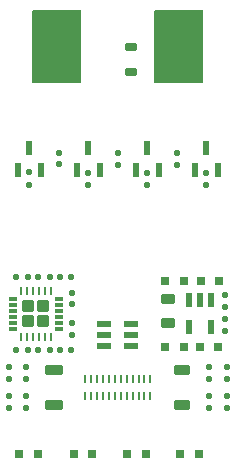
<source format=gbr>
%TF.GenerationSoftware,KiCad,Pcbnew,(6.0.4-0)*%
%TF.CreationDate,2022-12-11T03:25:18+01:00*%
%TF.ProjectId,Gigaset-Debug-Adapter,47696761-7365-4742-9d44-656275672d41,rev?*%
%TF.SameCoordinates,Original*%
%TF.FileFunction,Paste,Top*%
%TF.FilePolarity,Positive*%
%FSLAX46Y46*%
G04 Gerber Fmt 4.6, Leading zero omitted, Abs format (unit mm)*
G04 Created by KiCad (PCBNEW (6.0.4-0)) date 2022-12-11 03:25:18*
%MOMM*%
%LPD*%
G01*
G04 APERTURE LIST*
G04 Aperture macros list*
%AMRoundRect*
0 Rectangle with rounded corners*
0 $1 Rounding radius*
0 $2 $3 $4 $5 $6 $7 $8 $9 X,Y pos of 4 corners*
0 Add a 4 corners polygon primitive as box body*
4,1,4,$2,$3,$4,$5,$6,$7,$8,$9,$2,$3,0*
0 Add four circle primitives for the rounded corners*
1,1,$1+$1,$2,$3*
1,1,$1+$1,$4,$5*
1,1,$1+$1,$6,$7*
1,1,$1+$1,$8,$9*
0 Add four rect primitives between the rounded corners*
20,1,$1+$1,$2,$3,$4,$5,0*
20,1,$1+$1,$4,$5,$6,$7,0*
20,1,$1+$1,$6,$7,$8,$9,0*
20,1,$1+$1,$8,$9,$2,$3,0*%
G04 Aperture macros list end*
%ADD10RoundRect,0.000000X-2.032000X3.048000X-2.032000X-3.048000X2.032000X-3.048000X2.032000X3.048000X0*%
%ADD11RoundRect,0.250000X0.275000X0.275000X-0.275000X0.275000X-0.275000X-0.275000X0.275000X-0.275000X0*%
%ADD12RoundRect,0.000000X0.330000X0.100000X-0.330000X0.100000X-0.330000X-0.100000X0.330000X-0.100000X0*%
%ADD13RoundRect,0.037500X0.062500X0.292500X-0.062500X0.292500X-0.062500X-0.292500X0.062500X-0.292500X0*%
%ADD14RoundRect,0.017500X-0.222500X0.512500X-0.222500X-0.512500X0.222500X-0.512500X0.222500X0.512500X0*%
%ADD15RoundRect,0.135000X-0.225000X-0.245000X0.225000X-0.245000X0.225000X0.245000X-0.225000X0.245000X0*%
%ADD16RoundRect,0.081000X0.175000X-0.135000X0.175000X0.135000X-0.175000X0.135000X-0.175000X-0.135000X0*%
%ADD17RoundRect,0.084000X-0.164000X0.140000X-0.164000X-0.140000X0.164000X-0.140000X0.164000X0.140000X0*%
%ADD18RoundRect,0.081000X-0.175000X0.135000X-0.175000X-0.135000X0.175000X-0.135000X0.175000X0.135000X0*%
%ADD19RoundRect,0.131250X-0.348750X0.218750X-0.348750X-0.218750X0.348750X-0.218750X0.348750X0.218750X0*%
%ADD20RoundRect,0.084000X0.164000X-0.140000X0.164000X0.140000X-0.164000X0.140000X-0.164000X-0.140000X0*%
%ADD21RoundRect,0.084000X-0.140000X-0.164000X0.140000X-0.164000X0.140000X0.164000X-0.140000X0.164000X0*%
%ADD22RoundRect,0.135000X0.225000X0.245000X-0.225000X0.245000X-0.225000X-0.245000X0.225000X-0.245000X0*%
%ADD23RoundRect,0.131250X-0.218750X-0.248750X0.218750X-0.248750X0.218750X0.248750X-0.218750X0.248750X0*%
%ADD24RoundRect,0.002500X0.237500X-0.587500X0.237500X0.587500X-0.237500X0.587500X-0.237500X-0.587500X0*%
%ADD25RoundRect,0.081000X-0.135000X-0.175000X0.135000X-0.175000X0.135000X0.175000X-0.135000X0.175000X0*%
%ADD26RoundRect,0.017500X-0.512500X-0.222500X0.512500X-0.222500X0.512500X0.222500X-0.512500X0.222500X0*%
%ADD27RoundRect,0.084000X0.140000X0.164000X-0.140000X0.164000X-0.140000X-0.164000X0.140000X-0.164000X0*%
%ADD28RoundRect,0.137500X0.562500X-0.312500X0.562500X0.312500X-0.562500X0.312500X-0.562500X-0.312500X0*%
%ADD29RoundRect,0.081000X0.135000X0.175000X-0.135000X0.175000X-0.135000X-0.175000X0.135000X-0.175000X0*%
%ADD30R,0.240000X0.720000*%
%ADD31RoundRect,0.135000X0.425000X-0.325000X0.425000X0.325000X-0.425000X0.325000X-0.425000X-0.325000X0*%
%ADD32RoundRect,0.135000X0.585000X-0.325000X0.585000X0.325000X-0.585000X0.325000X-0.585000X-0.325000X0*%
G04 APERTURE END LIST*
D10*
%TO.C,TP3*%
X86220000Y-46600000D03*
%TD*%
D11*
%TO.C,U1*%
X73450000Y-69850000D03*
X73450000Y-68550000D03*
X74750000Y-69850000D03*
X74750000Y-68550000D03*
D12*
X76037500Y-70450000D03*
X76037500Y-69950000D03*
X76037500Y-69450000D03*
X76037500Y-68950000D03*
X76037500Y-68450000D03*
X76037500Y-67950000D03*
D13*
X75350000Y-67262500D03*
X74850000Y-67262500D03*
X74350000Y-67262500D03*
X73850000Y-67262500D03*
X73350000Y-67262500D03*
X72850000Y-67262500D03*
D12*
X72162500Y-67950000D03*
X72162500Y-68450000D03*
X72162500Y-68950000D03*
X72162500Y-69450000D03*
X72162500Y-69950000D03*
X72162500Y-70450000D03*
D13*
X72850000Y-71137500D03*
X73350000Y-71137500D03*
X73850000Y-71137500D03*
X74350000Y-71137500D03*
X74850000Y-71137500D03*
X75350000Y-71137500D03*
%TD*%
D14*
%TO.C,U3*%
X88930000Y-68072500D03*
X87980000Y-68072500D03*
X87030000Y-68072500D03*
X87030000Y-70347500D03*
X88930000Y-70347500D03*
%TD*%
D15*
%TO.C,C7*%
X85065000Y-71990000D03*
X86615000Y-71990000D03*
%TD*%
D16*
%TO.C,R4*%
X88800000Y-74710000D03*
X88800000Y-73690000D03*
%TD*%
D17*
%TO.C,C2*%
X77200000Y-70020000D03*
X77200000Y-70980000D03*
%TD*%
D18*
%TO.C,R2*%
X73300000Y-73690000D03*
X73300000Y-74710000D03*
%TD*%
D19*
%TO.C,FB1*%
X82140000Y-46597500D03*
X82140000Y-48722500D03*
%TD*%
D20*
%TO.C,C9*%
X86050000Y-56580000D03*
X86050000Y-55620000D03*
%TD*%
D21*
%TO.C,C6*%
X76120000Y-66100000D03*
X77080000Y-66100000D03*
%TD*%
D22*
%TO.C,C8*%
X89565000Y-72000000D03*
X88015000Y-72000000D03*
%TD*%
D23*
%TO.C,D1*%
X72712500Y-81100000D03*
X74287500Y-81100000D03*
%TD*%
D16*
%TO.C,R3*%
X71800000Y-74710000D03*
X71800000Y-73690000D03*
%TD*%
D17*
%TO.C,C4*%
X77200000Y-67420000D03*
X77200000Y-68380000D03*
%TD*%
D24*
%TO.C,Q3*%
X72600000Y-57000000D03*
X74500000Y-57000000D03*
X73550000Y-55125000D03*
%TD*%
D16*
%TO.C,R12*%
X73300000Y-77210000D03*
X73300000Y-76190000D03*
%TD*%
D24*
%TO.C,U4*%
X77600000Y-57037500D03*
X79500000Y-57037500D03*
X78550000Y-55162500D03*
%TD*%
D25*
%TO.C,R8*%
X74290000Y-72300000D03*
X75310000Y-72300000D03*
%TD*%
D16*
%TO.C,R7*%
X71800000Y-77210000D03*
X71800000Y-76190000D03*
%TD*%
D17*
%TO.C,C13*%
X81050000Y-55620000D03*
X81050000Y-56580000D03*
%TD*%
D23*
%TO.C,D3*%
X77312500Y-81100000D03*
X78887500Y-81100000D03*
%TD*%
%TO.C,D2*%
X81812500Y-81100000D03*
X83387500Y-81100000D03*
%TD*%
D26*
%TO.C,U2*%
X79904500Y-70050000D03*
X79904500Y-71000000D03*
X79904500Y-71950000D03*
X82179500Y-71950000D03*
X82179500Y-71000000D03*
X82179500Y-70050000D03*
%TD*%
D27*
%TO.C,C5*%
X77080000Y-72300000D03*
X76120000Y-72300000D03*
%TD*%
D28*
%TO.C,R1*%
X86500000Y-76892160D03*
X86500000Y-73967160D03*
%TD*%
D22*
%TO.C,C10*%
X86625000Y-66430000D03*
X85075000Y-66430000D03*
%TD*%
D29*
%TO.C,R14*%
X73410000Y-72300000D03*
X72390000Y-72300000D03*
%TD*%
D18*
%TO.C,R10*%
X83550000Y-57290000D03*
X83550000Y-58310000D03*
%TD*%
D30*
%TO.C,J1*%
X78300000Y-74689660D03*
X78800000Y-74689660D03*
X79300000Y-74689660D03*
X79800000Y-74689660D03*
X80300000Y-74689660D03*
X80800000Y-74689660D03*
X81300000Y-74689660D03*
X81800000Y-74689660D03*
X82300000Y-74689660D03*
X82800000Y-74689660D03*
X83300000Y-74689660D03*
X83800000Y-74689660D03*
X83800000Y-76189660D03*
X83300000Y-76189660D03*
X82800000Y-76189660D03*
X82300000Y-76189660D03*
X81800000Y-76189660D03*
X81300000Y-76189660D03*
X80800000Y-76189660D03*
X80300000Y-76189660D03*
X79800000Y-76189660D03*
X79300000Y-76189660D03*
X78800000Y-76189660D03*
X78300000Y-76189660D03*
%TD*%
D29*
%TO.C,R6*%
X73410000Y-66100000D03*
X72390000Y-66100000D03*
%TD*%
D18*
%TO.C,R17*%
X90150000Y-67580001D03*
X90150000Y-68600001D03*
%TD*%
D24*
%TO.C,Q2*%
X87600000Y-57037500D03*
X89500000Y-57037500D03*
X88550000Y-55162500D03*
%TD*%
D16*
%TO.C,R15*%
X90300000Y-77210000D03*
X90300000Y-76190000D03*
%TD*%
D27*
%TO.C,C3*%
X75280000Y-66100000D03*
X74320000Y-66100000D03*
%TD*%
D31*
%TO.C,L1*%
X85320000Y-70025000D03*
X85320000Y-67975000D03*
%TD*%
D18*
%TO.C,R13*%
X88550000Y-57290000D03*
X88550000Y-58310000D03*
%TD*%
%TO.C,R5*%
X90300000Y-73690000D03*
X90300000Y-74710000D03*
%TD*%
%TO.C,R16*%
X73550000Y-57240000D03*
X73550000Y-58260000D03*
%TD*%
D20*
%TO.C,C11*%
X76050000Y-56530000D03*
X76050000Y-55570000D03*
%TD*%
D18*
%TO.C,R9*%
X78550000Y-57290000D03*
X78550000Y-58310000D03*
%TD*%
D10*
%TO.C,TP4*%
X75860000Y-46600000D03*
%TD*%
D32*
%TO.C,C1*%
X75600000Y-76924660D03*
X75600000Y-73974660D03*
%TD*%
D16*
%TO.C,R18*%
X90150000Y-70658058D03*
X90150000Y-69638058D03*
%TD*%
D24*
%TO.C,Q1*%
X82600000Y-57037500D03*
X84500000Y-57037500D03*
X83550000Y-55162500D03*
%TD*%
D23*
%TO.C,D4*%
X86312500Y-81100000D03*
X87887500Y-81100000D03*
%TD*%
D16*
%TO.C,R11*%
X88800000Y-77210000D03*
X88800000Y-76190000D03*
%TD*%
D15*
%TO.C,C12*%
X88045000Y-66430000D03*
X89595000Y-66430000D03*
%TD*%
M02*

</source>
